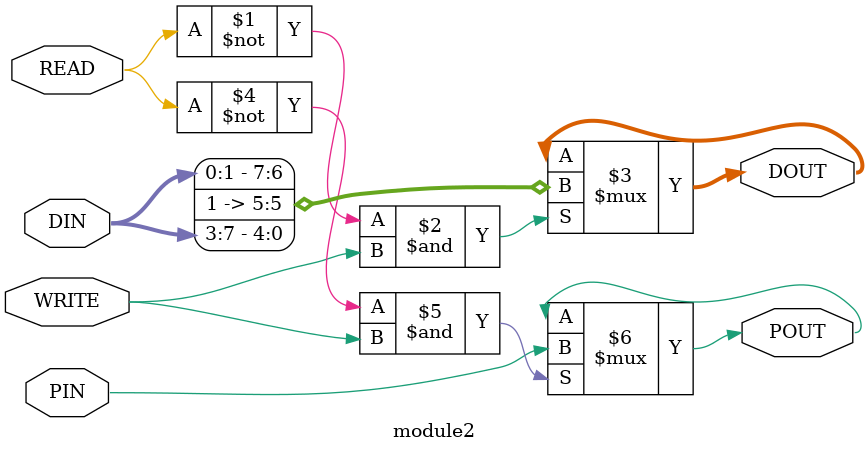
<source format=v>
module module2 (
	input        READ, WRITE,
	input  [0:7] DIN,
	input        PIN,
	output [0:7] DOUT,
	output       POUT
);
assign DOUT = ~READ & WRITE ? {DIN[0:1], 1'b1, DIN[3:7]} : DOUT;
assign POUT = ~READ & WRITE ? PIN : POUT;
/*
always @(READ or WRITE) begin
	if (~READ & WRITE) begin
		POUT = PIN;
		DOUT = {DIN[0:1], 1'b1, DIN[3:7]};
	end
end
*/
endmodule
</source>
